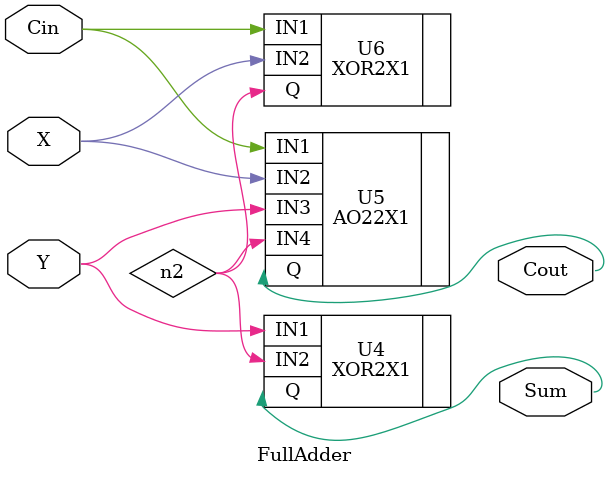
<source format=v>

module FullAdder ( X, Y, Cin, Cout, Sum );
  input X, Y, Cin;
  output Cout, Sum;
  wire   n2;

  XOR2X1 U4 ( .IN1(Y), .IN2(n2), .Q(Sum) );
  AO22X1 U5 ( .IN1(Cin), .IN2(X), .IN3(Y), .IN4(n2), .Q(Cout) );
  XOR2X1 U6 ( .IN1(Cin), .IN2(X), .Q(n2) );
endmodule


</source>
